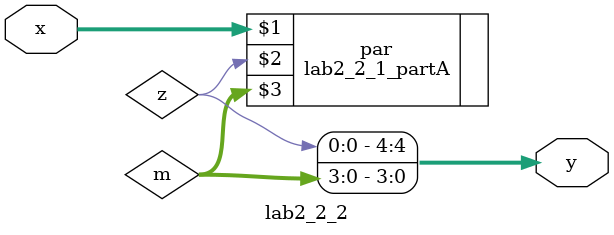
<source format=v>
`timescale 1ns / 1ps


module lab2_2_2(
    input [3:0] x,
    output wire [4:0] y
    );
    wire z;
    wire [3:0] m;
    
    lab2_2_1_partA par(x,z,m);
    
    assign #1 y[4] = z;
    assign #1 y[3] = m[3];
    assign #1 y[2] = m[2];
    assign #1 y[1] = m[1];
    assign #1 y[0] = m[0];
    
endmodule

</source>
